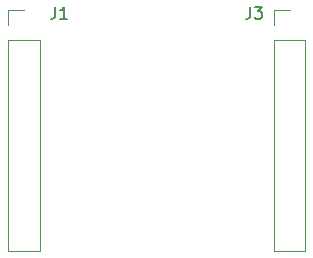
<source format=gbr>
G04 #@! TF.GenerationSoftware,KiCad,Pcbnew,5.1.5-1.fc31*
G04 #@! TF.CreationDate,2020-04-10T18:01:58-07:00*
G04 #@! TF.ProjectId,AdapterBoard,41646170-7465-4724-926f-6172642e6b69,rev?*
G04 #@! TF.SameCoordinates,Original*
G04 #@! TF.FileFunction,Legend,Top*
G04 #@! TF.FilePolarity,Positive*
%FSLAX46Y46*%
G04 Gerber Fmt 4.6, Leading zero omitted, Abs format (unit mm)*
G04 Created by KiCad (PCBNEW 5.1.5-1.fc31) date 2020-04-10 18:01:58*
%MOMM*%
%LPD*%
G04 APERTURE LIST*
%ADD10C,0.120000*%
%ADD11C,0.150000*%
G04 APERTURE END LIST*
D10*
X156170000Y-59510000D02*
X157500000Y-59510000D01*
X156170000Y-60840000D02*
X156170000Y-59510000D01*
X156170000Y-62110000D02*
X158830000Y-62110000D01*
X158830000Y-62110000D02*
X158830000Y-79950000D01*
X156170000Y-62110000D02*
X156170000Y-79950000D01*
X156170000Y-79950000D02*
X158830000Y-79950000D01*
X133670000Y-59510000D02*
X135000000Y-59510000D01*
X133670000Y-60840000D02*
X133670000Y-59510000D01*
X133670000Y-62110000D02*
X136330000Y-62110000D01*
X136330000Y-62110000D02*
X136330000Y-79950000D01*
X133670000Y-62110000D02*
X133670000Y-79950000D01*
X133670000Y-79950000D02*
X136330000Y-79950000D01*
D11*
X154166666Y-59262380D02*
X154166666Y-59976666D01*
X154119047Y-60119523D01*
X154023809Y-60214761D01*
X153880952Y-60262380D01*
X153785714Y-60262380D01*
X154547619Y-59262380D02*
X155166666Y-59262380D01*
X154833333Y-59643333D01*
X154976190Y-59643333D01*
X155071428Y-59690952D01*
X155119047Y-59738571D01*
X155166666Y-59833809D01*
X155166666Y-60071904D01*
X155119047Y-60167142D01*
X155071428Y-60214761D01*
X154976190Y-60262380D01*
X154690476Y-60262380D01*
X154595238Y-60214761D01*
X154547619Y-60167142D01*
X137666666Y-59262380D02*
X137666666Y-59976666D01*
X137619047Y-60119523D01*
X137523809Y-60214761D01*
X137380952Y-60262380D01*
X137285714Y-60262380D01*
X138666666Y-60262380D02*
X138095238Y-60262380D01*
X138380952Y-60262380D02*
X138380952Y-59262380D01*
X138285714Y-59405238D01*
X138190476Y-59500476D01*
X138095238Y-59548095D01*
M02*

</source>
